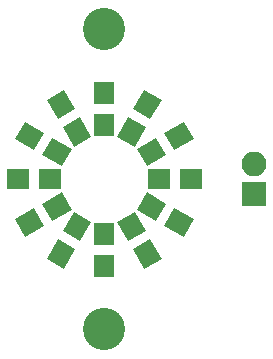
<source format=gbr>
G04 #@! TF.FileFunction,Soldermask,Top*
%FSLAX46Y46*%
G04 Gerber Fmt 4.6, Leading zero omitted, Abs format (unit mm)*
G04 Created by KiCad (PCBNEW 4.0.7-e2-6376~58~ubuntu16.04.1) date Fri Jun  1 11:33:50 2018*
%MOMM*%
%LPD*%
G01*
G04 APERTURE LIST*
%ADD10C,0.100000*%
%ADD11R,1.900000X1.700000*%
%ADD12R,1.700000X1.900000*%
%ADD13R,2.100000X2.100000*%
%ADD14O,2.100000X2.100000*%
%ADD15C,3.575000*%
G04 APERTURE END LIST*
D10*
D11*
X55419000Y-50800000D03*
X58119000Y-50800000D03*
D10*
G36*
X54402442Y-49701622D02*
X53552442Y-48229378D01*
X55197890Y-47279378D01*
X56047890Y-48751622D01*
X54402442Y-49701622D01*
X54402442Y-49701622D01*
G37*
G36*
X56740710Y-48351622D02*
X55890710Y-46879378D01*
X57536158Y-45929378D01*
X58386158Y-47401622D01*
X56740710Y-48351622D01*
X56740710Y-48351622D01*
G37*
G36*
X53370622Y-48047558D02*
X51898378Y-47197558D01*
X52848378Y-45552110D01*
X54320622Y-46402110D01*
X53370622Y-48047558D01*
X53370622Y-48047558D01*
G37*
G36*
X54720622Y-45709290D02*
X53248378Y-44859290D01*
X54198378Y-43213842D01*
X55670622Y-44063842D01*
X54720622Y-45709290D01*
X54720622Y-45709290D01*
G37*
D12*
X50800000Y-46181000D03*
X50800000Y-43481000D03*
D10*
G36*
X49701622Y-47197558D02*
X48229378Y-48047558D01*
X47279378Y-46402110D01*
X48751622Y-45552110D01*
X49701622Y-47197558D01*
X49701622Y-47197558D01*
G37*
G36*
X48351622Y-44859290D02*
X46879378Y-45709290D01*
X45929378Y-44063842D01*
X47401622Y-43213842D01*
X48351622Y-44859290D01*
X48351622Y-44859290D01*
G37*
G36*
X48047558Y-48229378D02*
X47197558Y-49701622D01*
X45552110Y-48751622D01*
X46402110Y-47279378D01*
X48047558Y-48229378D01*
X48047558Y-48229378D01*
G37*
G36*
X45709290Y-46879378D02*
X44859290Y-48351622D01*
X43213842Y-47401622D01*
X44063842Y-45929378D01*
X45709290Y-46879378D01*
X45709290Y-46879378D01*
G37*
D11*
X46181000Y-50800000D03*
X43481000Y-50800000D03*
D10*
G36*
X47197558Y-51898378D02*
X48047558Y-53370622D01*
X46402110Y-54320622D01*
X45552110Y-52848378D01*
X47197558Y-51898378D01*
X47197558Y-51898378D01*
G37*
G36*
X44859290Y-53248378D02*
X45709290Y-54720622D01*
X44063842Y-55670622D01*
X43213842Y-54198378D01*
X44859290Y-53248378D01*
X44859290Y-53248378D01*
G37*
G36*
X48229378Y-53552442D02*
X49701622Y-54402442D01*
X48751622Y-56047890D01*
X47279378Y-55197890D01*
X48229378Y-53552442D01*
X48229378Y-53552442D01*
G37*
G36*
X46879378Y-55890710D02*
X48351622Y-56740710D01*
X47401622Y-58386158D01*
X45929378Y-57536158D01*
X46879378Y-55890710D01*
X46879378Y-55890710D01*
G37*
D12*
X50800000Y-55419000D03*
X50800000Y-58119000D03*
D10*
G36*
X51898378Y-54402442D02*
X53370622Y-53552442D01*
X54320622Y-55197890D01*
X52848378Y-56047890D01*
X51898378Y-54402442D01*
X51898378Y-54402442D01*
G37*
G36*
X53248378Y-56740710D02*
X54720622Y-55890710D01*
X55670622Y-57536158D01*
X54198378Y-58386158D01*
X53248378Y-56740710D01*
X53248378Y-56740710D01*
G37*
G36*
X53552442Y-53370622D02*
X54402442Y-51898378D01*
X56047890Y-52848378D01*
X55197890Y-54320622D01*
X53552442Y-53370622D01*
X53552442Y-53370622D01*
G37*
G36*
X55890710Y-54720622D02*
X56740710Y-53248378D01*
X58386158Y-54198378D01*
X57536158Y-55670622D01*
X55890710Y-54720622D01*
X55890710Y-54720622D01*
G37*
D13*
X63500000Y-52070000D03*
D14*
X63500000Y-49530000D03*
D15*
X50800000Y-38100000D03*
X50800000Y-63500000D03*
M02*

</source>
